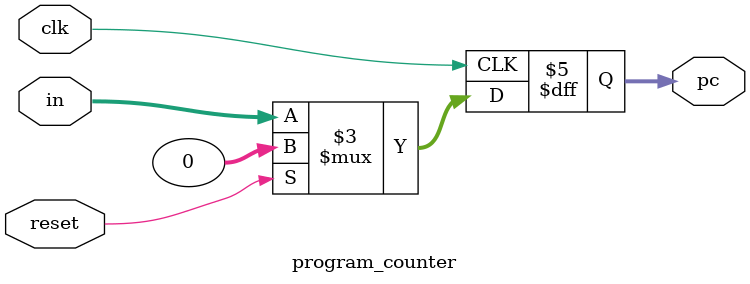
<source format=sv>
/*
 * Program counter.
 */
module program_counter(
    input clk, // Clock signal
    input reset, // Reset signal
    input [31:0] in, // Input data
    output [31:0] pc // Current PC
);

    /* Outputs */
    reg [31:0] pc;

    /* Logic */
    always @(posedge clk) begin
        if (reset) begin
            pc <= 0;
        end else begin
            pc <= in;
        end
    end

`ifdef FORMAL
    initial assume(reset);
    reg f_past_valid;
    initial f_past_valid = 0;
    always @(posedge clk) begin
        f_past_valid = 1;
    end

    /* Validate logic */
    always @(posedge clk) begin
        if (f_past_valid) begin
            if ($past(reset)) begin
                assert(pc == 0);
            end else begin
                assert(pc == $past(in));
            end
        end
    end
`endif

endmodule

</source>
